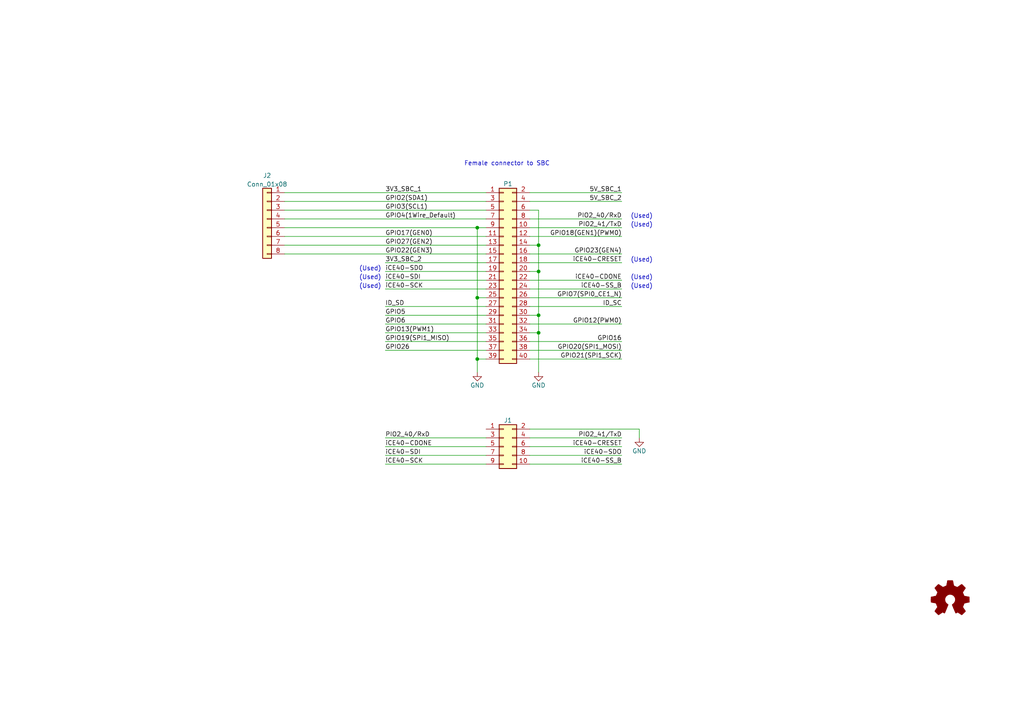
<source format=kicad_sch>
(kicad_sch (version 20211123) (generator eeschema)
  (paper "A4")
  (lib_symbols
    (symbol "Connector_Generic:Conn_01x08" (pin_names (offset 1.016) hide)
      (property "Reference" "J" (at 0 10.16 0))
      (property "Value" "Conn_01x08" (at 0 -12.7 0))
      (symbol "Conn_01x08_1_1"
        (rectangle (start -1.27 -10.033) (end 0 -10.287) (stroke (width 0.1524)))
        (rectangle (start -1.27 -7.493) (end 0 -7.747) (stroke (width 0.1524)))
        (rectangle (start -1.27 -4.953) (end 0 -5.207) (stroke (width 0.1524)))
        (rectangle (start -1.27 -2.413) (end 0 -2.667) (stroke (width 0.1524)))
        (rectangle (start -1.27 0.127) (end 0 -0.127) (stroke (width 0.1524)))
        (rectangle (start -1.27 2.667) (end 0 2.413) (stroke (width 0.1524)))
        (rectangle (start -1.27 5.207) (end 0 4.953) (stroke (width 0.1524)))
        (rectangle (start -1.27 7.747) (end 0 7.493) (stroke (width 0.1524)))
        (rectangle (start -1.27 8.89) (end 1.27 -11.43) (stroke (width 0.254)) (fill (type background)))
        (pin passive line (at -5.08 7.62 0) (length 3.81) (name "Pin_1") (number "1"))
        (pin passive line (at -5.08 5.08 0) (length 3.81) (name "Pin_2") (number "2"))
        (pin passive line (at -5.08 2.54 0) (length 3.81) (name "Pin_3") (number "3"))
        (pin passive line (at -5.08 0 0) (length 3.81) (name "Pin_4") (number "4"))
        (pin passive line (at -5.08 -2.54 0) (length 3.81) (name "Pin_5") (number "5"))
        (pin passive line (at -5.08 -5.08 0) (length 3.81) (name "Pin_6") (number "6"))
        (pin passive line (at -5.08 -7.62 0) (length 3.81) (name "Pin_7") (number "7"))
        (pin passive line (at -5.08 -10.16 0) (length 3.81) (name "Pin_8") (number "8"))
      )
    )
    (symbol "Connector_Generic:Conn_02x05_Odd_Even" (pin_names (offset 1.016) hide)
      (property "Reference" "J" (at 1.27 7.62 0))
      (property "Value" "Conn_02x05_Odd_Even" (at 1.27 -7.62 0))
      (symbol "Conn_02x05_Odd_Even_1_1"
        (rectangle (start -1.27 -4.953) (end 0 -5.207) (stroke (width 0.1524)))
        (rectangle (start -1.27 -2.413) (end 0 -2.667) (stroke (width 0.1524)))
        (rectangle (start -1.27 0.127) (end 0 -0.127) (stroke (width 0.1524)))
        (rectangle (start -1.27 2.667) (end 0 2.413) (stroke (width 0.1524)))
        (rectangle (start -1.27 5.207) (end 0 4.953) (stroke (width 0.1524)))
        (rectangle (start -1.27 6.35) (end 3.81 -6.35) (stroke (width 0.254)) (fill (type background)))
        (rectangle (start 3.81 -4.953) (end 2.54 -5.207) (stroke (width 0.1524)))
        (rectangle (start 3.81 -2.413) (end 2.54 -2.667) (stroke (width 0.1524)))
        (rectangle (start 3.81 0.127) (end 2.54 -0.127) (stroke (width 0.1524)))
        (rectangle (start 3.81 2.667) (end 2.54 2.413) (stroke (width 0.1524)))
        (rectangle (start 3.81 5.207) (end 2.54 4.953) (stroke (width 0.1524)))
        (pin passive line (at -5.08 5.08 0) (length 3.81) (name "Pin_1") (number "1"))
        (pin passive line (at 7.62 -5.08 180) (length 3.81) (name "Pin_10") (number "10"))
        (pin passive line (at 7.62 5.08 180) (length 3.81) (name "Pin_2") (number "2"))
        (pin passive line (at -5.08 2.54 0) (length 3.81) (name "Pin_3") (number "3"))
        (pin passive line (at 7.62 2.54 180) (length 3.81) (name "Pin_4") (number "4"))
        (pin passive line (at -5.08 0 0) (length 3.81) (name "Pin_5") (number "5"))
        (pin passive line (at 7.62 0 180) (length 3.81) (name "Pin_6") (number "6"))
        (pin passive line (at -5.08 -2.54 0) (length 3.81) (name "Pin_7") (number "7"))
        (pin passive line (at 7.62 -2.54 180) (length 3.81) (name "Pin_8") (number "8"))
        (pin passive line (at -5.08 -5.08 0) (length 3.81) (name "Pin_9") (number "9"))
      )
    )
    (symbol "Connector_Generic:Conn_02x20_Odd_Even" (pin_names (offset 1.016) hide)
      (property "Reference" "J" (at 1.27 25.4 0))
      (property "Value" "Conn_02x20_Odd_Even" (at 1.27 -27.94 0))
      (symbol "Conn_02x20_Odd_Even_1_1"
        (rectangle (start -1.27 -25.273) (end 0 -25.527) (stroke (width 0.1524)))
        (rectangle (start -1.27 -22.733) (end 0 -22.987) (stroke (width 0.1524)))
        (rectangle (start -1.27 -20.193) (end 0 -20.447) (stroke (width 0.1524)))
        (rectangle (start -1.27 -17.653) (end 0 -17.907) (stroke (width 0.1524)))
        (rectangle (start -1.27 -15.113) (end 0 -15.367) (stroke (width 0.1524)))
        (rectangle (start -1.27 -12.573) (end 0 -12.827) (stroke (width 0.1524)))
        (rectangle (start -1.27 -10.033) (end 0 -10.287) (stroke (width 0.1524)))
        (rectangle (start -1.27 -7.493) (end 0 -7.747) (stroke (width 0.1524)))
        (rectangle (start -1.27 -4.953) (end 0 -5.207) (stroke (width 0.1524)))
        (rectangle (start -1.27 -2.413) (end 0 -2.667) (stroke (width 0.1524)))
        (rectangle (start -1.27 0.127) (end 0 -0.127) (stroke (width 0.1524)))
        (rectangle (start -1.27 2.667) (end 0 2.413) (stroke (width 0.1524)))
        (rectangle (start -1.27 5.207) (end 0 4.953) (stroke (width 0.1524)))
        (rectangle (start -1.27 7.747) (end 0 7.493) (stroke (width 0.1524)))
        (rectangle (start -1.27 10.287) (end 0 10.033) (stroke (width 0.1524)))
        (rectangle (start -1.27 12.827) (end 0 12.573) (stroke (width 0.1524)))
        (rectangle (start -1.27 15.367) (end 0 15.113) (stroke (width 0.1524)))
        (rectangle (start -1.27 17.907) (end 0 17.653) (stroke (width 0.1524)))
        (rectangle (start -1.27 20.447) (end 0 20.193) (stroke (width 0.1524)))
        (rectangle (start -1.27 22.987) (end 0 22.733) (stroke (width 0.1524)))
        (rectangle (start -1.27 24.13) (end 3.81 -26.67) (stroke (width 0.254)) (fill (type background)))
        (rectangle (start 3.81 -25.273) (end 2.54 -25.527) (stroke (width 0.1524)))
        (rectangle (start 3.81 -22.733) (end 2.54 -22.987) (stroke (width 0.1524)))
        (rectangle (start 3.81 -20.193) (end 2.54 -20.447) (stroke (width 0.1524)))
        (rectangle (start 3.81 -17.653) (end 2.54 -17.907) (stroke (width 0.1524)))
        (rectangle (start 3.81 -15.113) (end 2.54 -15.367) (stroke (width 0.1524)))
        (rectangle (start 3.81 -12.573) (end 2.54 -12.827) (stroke (width 0.1524)))
        (rectangle (start 3.81 -10.033) (end 2.54 -10.287) (stroke (width 0.1524)))
        (rectangle (start 3.81 -7.493) (end 2.54 -7.747) (stroke (width 0.1524)))
        (rectangle (start 3.81 -4.953) (end 2.54 -5.207) (stroke (width 0.1524)))
        (rectangle (start 3.81 -2.413) (end 2.54 -2.667) (stroke (width 0.1524)))
        (rectangle (start 3.81 0.127) (end 2.54 -0.127) (stroke (width 0.1524)))
        (rectangle (start 3.81 2.667) (end 2.54 2.413) (stroke (width 0.1524)))
        (rectangle (start 3.81 5.207) (end 2.54 4.953) (stroke (width 0.1524)))
        (rectangle (start 3.81 7.747) (end 2.54 7.493) (stroke (width 0.1524)))
        (rectangle (start 3.81 10.287) (end 2.54 10.033) (stroke (width 0.1524)))
        (rectangle (start 3.81 12.827) (end 2.54 12.573) (stroke (width 0.1524)))
        (rectangle (start 3.81 15.367) (end 2.54 15.113) (stroke (width 0.1524)))
        (rectangle (start 3.81 17.907) (end 2.54 17.653) (stroke (width 0.1524)))
        (rectangle (start 3.81 20.447) (end 2.54 20.193) (stroke (width 0.1524)))
        (rectangle (start 3.81 22.987) (end 2.54 22.733) (stroke (width 0.1524)))
        (pin passive line (at -5.08 22.86 0) (length 3.81) (name "Pin_1") (number "1"))
        (pin passive line (at 7.62 12.7 180) (length 3.81) (name "Pin_10") (number "10"))
        (pin passive line (at -5.08 10.16 0) (length 3.81) (name "Pin_11") (number "11"))
        (pin passive line (at 7.62 10.16 180) (length 3.81) (name "Pin_12") (number "12"))
        (pin passive line (at -5.08 7.62 0) (length 3.81) (name "Pin_13") (number "13"))
        (pin passive line (at 7.62 7.62 180) (length 3.81) (name "Pin_14") (number "14"))
        (pin passive line (at -5.08 5.08 0) (length 3.81) (name "Pin_15") (number "15"))
        (pin passive line (at 7.62 5.08 180) (length 3.81) (name "Pin_16") (number "16"))
        (pin passive line (at -5.08 2.54 0) (length 3.81) (name "Pin_17") (number "17"))
        (pin passive line (at 7.62 2.54 180) (length 3.81) (name "Pin_18") (number "18"))
        (pin passive line (at -5.08 0 0) (length 3.81) (name "Pin_19") (number "19"))
        (pin passive line (at 7.62 22.86 180) (length 3.81) (name "Pin_2") (number "2"))
        (pin passive line (at 7.62 0 180) (length 3.81) (name "Pin_20") (number "20"))
        (pin passive line (at -5.08 -2.54 0) (length 3.81) (name "Pin_21") (number "21"))
        (pin passive line (at 7.62 -2.54 180) (length 3.81) (name "Pin_22") (number "22"))
        (pin passive line (at -5.08 -5.08 0) (length 3.81) (name "Pin_23") (number "23"))
        (pin passive line (at 7.62 -5.08 180) (length 3.81) (name "Pin_24") (number "24"))
        (pin passive line (at -5.08 -7.62 0) (length 3.81) (name "Pin_25") (number "25"))
        (pin passive line (at 7.62 -7.62 180) (length 3.81) (name "Pin_26") (number "26"))
        (pin passive line (at -5.08 -10.16 0) (length 3.81) (name "Pin_27") (number "27"))
        (pin passive line (at 7.62 -10.16 180) (length 3.81) (name "Pin_28") (number "28"))
        (pin passive line (at -5.08 -12.7 0) (length 3.81) (name "Pin_29") (number "29"))
        (pin passive line (at -5.08 20.32 0) (length 3.81) (name "Pin_3") (number "3"))
        (pin passive line (at 7.62 -12.7 180) (length 3.81) (name "Pin_30") (number "30"))
        (pin passive line (at -5.08 -15.24 0) (length 3.81) (name "Pin_31") (number "31"))
        (pin passive line (at 7.62 -15.24 180) (length 3.81) (name "Pin_32") (number "32"))
        (pin passive line (at -5.08 -17.78 0) (length 3.81) (name "Pin_33") (number "33"))
        (pin passive line (at 7.62 -17.78 180) (length 3.81) (name "Pin_34") (number "34"))
        (pin passive line (at -5.08 -20.32 0) (length 3.81) (name "Pin_35") (number "35"))
        (pin passive line (at 7.62 -20.32 180) (length 3.81) (name "Pin_36") (number "36"))
        (pin passive line (at -5.08 -22.86 0) (length 3.81) (name "Pin_37") (number "37"))
        (pin passive line (at 7.62 -22.86 180) (length 3.81) (name "Pin_38") (number "38"))
        (pin passive line (at -5.08 -25.4 0) (length 3.81) (name "Pin_39") (number "39"))
        (pin passive line (at 7.62 20.32 180) (length 3.81) (name "Pin_4") (number "4"))
        (pin passive line (at 7.62 -25.4 180) (length 3.81) (name "Pin_40") (number "40"))
        (pin passive line (at -5.08 17.78 0) (length 3.81) (name "Pin_5") (number "5"))
        (pin passive line (at 7.62 17.78 180) (length 3.81) (name "Pin_6") (number "6"))
        (pin passive line (at -5.08 15.24 0) (length 3.81) (name "Pin_7") (number "7"))
        (pin passive line (at 7.62 15.24 180) (length 3.81) (name "Pin_8") (number "8"))
        (pin passive line (at -5.08 12.7 0) (length 3.81) (name "Pin_9") (number "9"))
      )
    )
    (symbol "Graphic:Logo_Open_Hardware_Small" (pin_names (offset 1.016))
      (symbol "Logo_Open_Hardware_Small_0_1"
        (polyline (pts (xy 3.3528 -4.3434) (xy 3.302 -4.318) (xy 3.175 -4.2418) (xy 2.9972 -4.1148) (xy 2.7686 -3.9624) (xy 2.54 -3.81) (xy 2.3622 -3.7084) (xy 2.2352 -3.6068) (xy 2.1844 -3.5814) (xy 2.159 -3.6068) (xy 2.0574 -3.6576) (xy 1.905 -3.7338) (xy 1.8034 -3.7846) (xy 1.6764 -3.8354) (xy 1.6002 -3.8354) (xy 1.6002 -3.8354) (xy 1.5494 -3.7338) (xy 1.4732 -3.5306) (xy 1.3462 -3.302) (xy 1.2446 -3.0226) (xy 1.1176 -2.7178) (xy 0.9652 -2.413) (xy 0.8636 -2.1082) (xy 0.7366 -1.8288) (xy 0.6604 -1.6256) (xy 0.6096 -1.4732) (xy 0.5842 -1.397) (xy 0.5842 -1.397) (xy 0.6604 -1.3208) (xy 0.7874 -1.2446) (xy 1.0414 -1.016) (xy 1.2954 -0.6858) (xy 1.4478 -0.3302) (xy 1.524 0.0762) (xy 1.4732 0.4572) (xy 1.3208 0.8128) (xy 1.0668 1.143) (xy 0.762 1.3716) (xy 0.4064 1.524) (xy 0 1.5748) (xy -0.381 1.5494) (xy -0.7366 1.397) (xy -1.0668 1.143) (xy -1.2192 0.9906) (xy -1.397 0.6604) (xy -1.524 0.3048) (xy -1.524 0.2286) (xy -1.4986 -0.1778) (xy -1.397 -0.5334) (xy -1.1938 -0.8636) (xy -0.9144 -1.143) (xy -0.8636 -1.1684) (xy -0.7366 -1.27) (xy -0.635 -1.3462) (xy -0.5842 -1.397) (xy -1.0668 -2.5908) (xy -1.143 -2.794) (xy -1.2954 -3.1242) (xy -1.397 -3.4036) (xy -1.4986 -3.6322) (xy -1.5748 -3.7846) (xy -1.6002 -3.8354) (xy -1.6002 -3.8354) (xy -1.651 -3.8354) (xy -1.7272 -3.81) (xy -1.905 -3.7338) (xy -2.0066 -3.683) (xy -2.1336 -3.6068) (xy -2.2098 -3.5814) (xy -2.2606 -3.6068) (xy -2.3622 -3.683) (xy -2.54 -3.81) (xy -2.7686 -3.9624) (xy -2.9718 -4.0894) (xy -3.1496 -4.2164) (xy -3.302 -4.318) (xy -3.3528 -4.3434) (xy -3.3782 -4.3434) (xy -3.429 -4.318) (xy -3.5306 -4.2164) (xy -3.7084 -4.064) (xy -3.937 -3.8354) (xy -3.9624 -3.81) (xy -4.1656 -3.6068) (xy -4.318 -3.4544) (xy -4.4196 -3.3274) (xy -4.445 -3.2766) (xy -4.445 -3.2766) (xy -4.4196 -3.2258) (xy -4.318 -3.0734) (xy -4.2164 -2.8956) (xy -4.064 -2.667) (xy -3.6576 -2.0828) (xy -3.8862 -1.5494) (xy -3.937 -1.3716) (xy -4.0386 -1.1684) (xy -4.0894 -1.0414) (xy -4.1148 -0.9652) (xy -4.191 -0.9398) (xy -4.318 -0.9144) (xy -4.5466 -0.8636) (xy -4.8006 -0.8128) (xy -5.0546 -0.7874) (xy -5.2578 -0.7366) (xy -5.4356 -0.7112) (xy -5.5118 -0.6858) (xy -5.5118 -0.6858) (xy -5.5372 -0.635) (xy -5.5372 -0.5588) (xy -5.5372 -0.4318) (xy -5.5626 -0.2286) (xy -5.5626 0.0762) (xy -5.5626 0.127) (xy -5.5372 0.4064) (xy -5.5372 0.635) (xy -5.5372 0.762) (xy -5.5372 0.8382) (xy -5.5372 0.8382) (xy -5.461 0.8382) (xy -5.3086 0.889) (xy -5.08 0.9144) (xy -4.826 0.9652) (xy -4.8006 0.9906) (xy -4.5466 1.0414) (xy -4.318 1.0668) (xy -4.1656 1.1176) (xy -4.0894 1.143) (xy -4.0894 1.143) (xy -4.0386 1.2446) (xy -3.9624 1.4224) (xy -3.8608 1.6256) (xy -3.7846 1.8288) (xy -3.7084 2.0066) (xy -3.6576 2.159) (xy -3.6322 2.2098) (xy -3.6322 2.2098) (xy -3.683 2.286) (xy -3.7592 2.413) (xy -3.8862 2.5908) (xy -4.064 2.8194) (xy -4.064 2.8448) (xy -4.2164 3.0734) (xy -4.3434 3.2512) (xy -4.4196 3.3782) (xy -4.445 3.4544) (xy -4.445 3.4544) (xy -4.3942 3.5052) (xy -4.2926 3.6322) (xy -4.1148 3.81) (xy -3.937 4.0132) (xy -3.8608 4.064) (xy -3.6576 4.2926) (xy -3.5052 4.4196) (xy -3.4036 4.4958) (xy -3.3528 4.5212) (xy -3.3528 4.5212) (xy -3.302 4.4704) (xy -3.1496 4.3688) (xy -2.9718 4.2418) (xy -2.7432 4.0894) (xy -2.7178 4.0894) (xy -2.4892 3.937) (xy -2.3114 3.81) (xy -2.1844 3.7084) (xy -2.1336 3.683) (xy -2.1082 3.683) (xy -2.032 3.7084) (xy -1.8542 3.7592) (xy -1.6764 3.8354) (xy -1.4732 3.937) (xy -1.27 4.0132) (xy -1.143 4.064) (xy -1.0668 4.1148) (xy -1.0668 4.1148) (xy -1.0414 4.191) (xy -1.016 4.3434) (xy -0.9652 4.572) (xy -0.9144 4.8514) (xy -0.889 4.9022) (xy -0.8382 5.1562) (xy -0.8128 5.3848) (xy -0.7874 5.5372) (xy -0.762 5.588) (xy -0.7112 5.6134) (xy -0.5842 5.6134) (xy -0.4064 5.6134) (xy -0.1524 5.6134) (xy 0.0762 5.6134) (xy 0.3302 5.6134) (xy 0.5334 5.6134) (xy 0.6858 5.588) (xy 0.7366 5.588) (xy 0.7366 5.588) (xy 0.762 5.5118) (xy 0.8128 5.334) (xy 0.8382 5.1054) (xy 0.9144 4.826) (xy 0.9144 4.7752) (xy 0.9652 4.5212) (xy 1.016 4.2926) (xy 1.0414 4.1402) (xy 1.0668 4.0894) (xy 1.0668 4.0894) (xy 1.1938 4.0386) (xy 1.3716 3.9624) (xy 1.5748 3.8608) (xy 2.0828 3.6576) (xy 2.7178 4.0894) (xy 2.7686 4.1402) (xy 2.9972 4.2926) (xy 3.175 4.4196) (xy 3.302 4.4958) (xy 3.3782 4.5212) (xy 3.3782 4.5212) (xy 3.429 4.4704) (xy 3.556 4.3434) (xy 3.7338 4.191) (xy 3.9116 3.9878) (xy 4.064 3.8354) (xy 4.2418 3.6576) (xy 4.3434 3.556) (xy 4.4196 3.4798) (xy 4.4196 3.429) (xy 4.4196 3.4036) (xy 4.3942 3.3274) (xy 4.2926 3.2004) (xy 4.1656 2.9972) (xy 4.0132 2.794) (xy 3.8862 2.5908) (xy 3.7592 2.3876) (xy 3.6576 2.2352) (xy 3.6322 2.159) (xy 3.6322 2.1336) (xy 3.683 2.0066) (xy 3.7592 1.8288) (xy 3.8608 1.6002) (xy 4.064 1.1176) (xy 4.3942 1.0414) (xy 4.5974 1.016) (xy 4.8768 0.9652) (xy 5.1308 0.9144) (xy 5.5372 0.8382) (xy 5.5626 -0.6604) (xy 5.4864 -0.6858) (xy 5.4356 -0.6858) (xy 5.2832 -0.7366) (xy 5.0546 -0.762) (xy 4.8006 -0.8128) (xy 4.5974 -0.8636) (xy 4.3688 -0.9144) (xy 4.2164 -0.9398) (xy 4.1402 -0.9398) (xy 4.1148 -0.9652) (xy 4.064 -1.0668) (xy 3.9878 -1.2446) (xy 3.9116 -1.4478) (xy 3.81 -1.651) (xy 3.7338 -1.8542) (xy 3.683 -2.0066) (xy 3.6576 -2.0828) (xy 3.683 -2.1336) (xy 3.7846 -2.2606) (xy 3.8862 -2.4638) (xy 4.0386 -2.667) (xy 4.191 -2.8956) (xy 4.318 -3.0734) (xy 4.3942 -3.2004) (xy 4.445 -3.2766) (xy 4.4196 -3.3274) (xy 4.3434 -3.429) (xy 4.1656 -3.5814) (xy 3.937 -3.8354) (xy 3.8862 -3.8608) (xy 3.683 -4.064) (xy 3.5306 -4.2164) (xy 3.4036 -4.318) (xy 3.3528 -4.3434)) (fill (type outline)))
      )
    )
    (symbol "power:GND" (power) (pin_names (offset 0))
      (property "Value" "GND" (at 0 -3.81 0))
      (symbol "GND_0_1"
        (polyline (pts (xy 0 0) (xy 0 -1.27) (xy 1.27 -1.27) (xy 0 -2.54) (xy -1.27 -1.27) (xy 0 -1.27)))
      )
      (symbol "GND_1_1"
        (pin power_in line (at 0 0 270) (length 0) hide (name "GND") (number "1"))
      )
    )
  )
  (junction (at 138.43 104.14))
  (junction (at 156.21 91.44))
  (junction (at 156.21 71.12))
  (junction (at 138.43 86.36))
  (junction (at 156.21 78.74))
  (junction (at 138.43 66.04))
  (junction (at 156.21 96.52))
  (wire (pts (xy 153.67 134.62) (xy 180.34 134.62)))
  (wire (pts (xy 153.67 88.9) (xy 180.34 88.9)))
  (wire (pts (xy 111.76 91.44) (xy 140.97 91.44)))
  (wire (pts (xy 153.67 76.2) (xy 180.34 76.2)))
  (wire (pts (xy 138.43 86.36) (xy 138.43 104.14)))
  (wire (pts (xy 82.55 66.04) (xy 138.43 66.04)))
  (wire (pts (xy 153.67 55.88) (xy 180.34 55.88)))
  (wire (pts (xy 111.76 132.08) (xy 140.97 132.08)))
  (wire (pts (xy 156.21 60.96) (xy 153.67 60.96)))
  (wire (pts (xy 156.21 91.44) (xy 153.67 91.44)))
  (wire (pts (xy 138.43 104.14) (xy 138.43 107.95)))
  (wire (pts (xy 153.67 99.06) (xy 180.34 99.06)))
  (wire (pts (xy 153.67 132.08) (xy 180.34 132.08)))
  (wire (pts (xy 82.55 71.12) (xy 140.97 71.12)))
  (wire (pts (xy 153.67 129.54) (xy 180.34 129.54)))
  (wire (pts (xy 111.76 101.6) (xy 140.97 101.6)))
  (wire (pts (xy 156.21 71.12) (xy 156.21 78.74)))
  (wire (pts (xy 153.67 68.58) (xy 180.34 68.58)))
  (wire (pts (xy 82.55 60.96) (xy 140.97 60.96)))
  (wire (pts (xy 82.55 63.5) (xy 140.97 63.5)))
  (wire (pts (xy 153.67 93.98) (xy 180.34 93.98)))
  (wire (pts (xy 140.97 78.74) (xy 111.76 78.74)))
  (wire (pts (xy 153.67 124.46) (xy 185.42 124.46)))
  (wire (pts (xy 156.21 96.52) (xy 153.67 96.52)))
  (wire (pts (xy 111.76 83.82) (xy 140.97 83.82)))
  (wire (pts (xy 153.67 101.6) (xy 180.34 101.6)))
  (wire (pts (xy 111.76 127) (xy 140.97 127)))
  (wire (pts (xy 185.42 124.46) (xy 185.42 127)))
  (wire (pts (xy 153.67 127) (xy 180.34 127)))
  (wire (pts (xy 156.21 78.74) (xy 156.21 91.44)))
  (wire (pts (xy 138.43 104.14) (xy 140.97 104.14)))
  (wire (pts (xy 140.97 96.52) (xy 111.76 96.52)))
  (wire (pts (xy 111.76 76.2) (xy 140.97 76.2)))
  (wire (pts (xy 82.55 55.88) (xy 140.97 55.88)))
  (wire (pts (xy 111.76 129.54) (xy 140.97 129.54)))
  (wire (pts (xy 153.67 58.42) (xy 180.34 58.42)))
  (wire (pts (xy 156.21 96.52) (xy 156.21 107.95)))
  (wire (pts (xy 111.76 99.06) (xy 140.97 99.06)))
  (wire (pts (xy 138.43 66.04) (xy 138.43 86.36)))
  (wire (pts (xy 156.21 91.44) (xy 156.21 96.52)))
  (wire (pts (xy 82.55 73.66) (xy 140.97 73.66)))
  (wire (pts (xy 153.67 104.14) (xy 180.34 104.14)))
  (wire (pts (xy 138.43 66.04) (xy 140.97 66.04)))
  (wire (pts (xy 153.67 66.04) (xy 180.34 66.04)))
  (wire (pts (xy 153.67 73.66) (xy 180.34 73.66)))
  (wire (pts (xy 153.67 86.36) (xy 180.34 86.36)))
  (wire (pts (xy 156.21 78.74) (xy 153.67 78.74)))
  (wire (pts (xy 111.76 134.62) (xy 140.97 134.62)))
  (wire (pts (xy 111.76 93.98) (xy 140.97 93.98)))
  (wire (pts (xy 153.67 81.28) (xy 180.34 81.28)))
  (wire (pts (xy 153.67 63.5) (xy 180.34 63.5)))
  (wire (pts (xy 111.76 81.28) (xy 140.97 81.28)))
  (wire (pts (xy 82.55 58.42) (xy 140.97 58.42)))
  (wire (pts (xy 156.21 60.96) (xy 156.21 71.12)))
  (wire (pts (xy 140.97 88.9) (xy 111.76 88.9)))
  (wire (pts (xy 153.67 83.82) (xy 180.34 83.82)))
  (wire (pts (xy 82.55 68.58) (xy 140.97 68.58)))
  (wire (pts (xy 138.43 86.36) (xy 140.97 86.36)))
  (wire (pts (xy 156.21 71.12) (xy 153.67 71.12)))
  (text "(Used)" (at 182.88 83.82 0) (effects (font (size 1.27 1.27)) (justify left bottom)))
  (text "(Used)" (at 182.88 66.04 0) (effects (font (size 1.27 1.27)) (justify left bottom)))
  (text "(Used)" (at 104.14 78.74 0) (effects (font (size 1.27 1.27)) (justify left bottom)))
  (text "(Used)" (at 182.88 81.28 0) (effects (font (size 1.27 1.27)) (justify left bottom)))
  (text "(Used)" (at 104.14 83.82 0) (effects (font (size 1.27 1.27)) (justify left bottom)))
  (text "Female connector to SBC" (at 134.62 48.26 0) (effects (font (size 1.27 1.27)) (justify left bottom)))
  (text "(Used)" (at 182.88 63.5 0) (effects (font (size 1.27 1.27)) (justify left bottom)))
  (text "(Used)" (at 182.88 76.2 0) (effects (font (size 1.27 1.27)) (justify left bottom)))
  (text "(Used)" (at 104.14 81.28 0) (effects (font (size 1.27 1.27)) (justify left bottom)))
  (label "PIO2_41{slash}TxD" (at 180.34 66.04 180))
  (label "PIO2_41{slash}TxD" (at 180.34 127 180))
  (label "iCE40-CRESET" (at 180.34 76.2 180))
  (label "iCE40-SDI" (at 111.76 132.08 0))
  (label "iCE40-SS_B" (at 180.34 83.82 180))
  (label "GPIO27(GEN2)" (at 111.76 71.12 0))
  (label "GPIO12(PWM0)" (at 180.34 93.98 180))
  (label "iCE40-CRESET" (at 180.34 129.54 180))
  (label "3V3_SBC_2" (at 111.76 76.2 0))
  (label "GPIO21(SPI1_SCK)" (at 180.34 104.14 180))
  (label "GPIO7(SPI0_CE1_N)" (at 180.34 86.36 180))
  (label "ID_SD" (at 111.76 88.9 0))
  (label "GPIO18(GEN1)(PWM0)" (at 180.34 68.58 180))
  (label "PIO2_40{slash}RxD" (at 111.76 127 0))
  (label "GPIO2(SDA1)" (at 111.76 58.42 0))
  (label "GPIO16" (at 180.34 99.06 180))
  (label "iCE40-CDONE" (at 111.76 129.54 0))
  (label "GPIO19(SPI1_MISO)" (at 111.76 99.06 0))
  (label "GPIO5" (at 111.76 91.44 0))
  (label "ID_SC" (at 180.34 88.9 180))
  (label "5V_SBC_1" (at 180.34 55.88 180))
  (label "GPIO17(GEN0)" (at 111.76 68.58 0))
  (label "PIO2_40{slash}RxD" (at 180.34 63.5 180))
  (label "GPIO6" (at 111.76 93.98 0))
  (label "GPIO23(GEN4)" (at 180.34 73.66 180))
  (label "GPIO22(GEN3)" (at 111.76 73.66 0))
  (label "iCE40-SDI" (at 111.76 81.28 0))
  (label "3V3_SBC_1" (at 111.76 55.88 0))
  (label "GPIO13(PWM1)" (at 111.76 96.52 0))
  (label "GPIO26" (at 111.76 101.6 0))
  (label "iCE40-SCK" (at 111.76 83.82 0))
  (label "iCE40-SS_B" (at 180.34 134.62 180))
  (label "iCE40-SCK" (at 111.76 134.62 0))
  (label "iCE40-CDONE" (at 180.34 81.28 180))
  (label "iCE40-SDO" (at 111.76 78.74 0))
  (label "5V_SBC_2" (at 180.34 58.42 180))
  (label "iCE40-SDO" (at 180.34 132.08 180))
  (label "GPIO3(SCL1)" (at 111.76 60.96 0))
  (label "GPIO20(SPI1_MOSI)" (at 180.34 101.6 180))
  (label "GPIO4(1Wire_Default)" (at 111.76 63.5 0))
  (symbol (lib_id "power:GND") (at 156.21 107.95 0) (unit 1)
    (property "Reference" "#PWR02" (effects hide))
    (property "Value" "GND" (at 156.21 111.76 0))
  )
  (symbol (lib_id "power:GND") (at 138.43 107.95 0) (unit 1)
    (property "Reference" "#PWR01" (effects hide))
    (property "Value" "GND" (at 138.43 111.76 0))
  )
  (symbol (lib_id "Connector_Generic:Conn_02x20_Odd_Even") (at 146.05 78.74 0) (unit 1)
    (property "Reference" "P1" (at 147.32 53.34 0))
    (property "Value" "Conn_02x20_Odd_Even" (effects hide))
    (property "Footprint" "Connector_PinSocket_2.54mm:PinSocket_2x20_P2.54mm_Vertical" (effects hide))
  )
  (symbol (lib_id "Graphic:Logo_Open_Hardware_Small") (at 275.59 173.99 0) (unit 1)
    (property "Reference" "LOGO1" (effects hide))
    (property "Value" "Logo_Open_Hardware_Small" (effects hide))
    (property "Footprint" "Symbol:OSHW-Logo_7.5x8mm_SilkScreen" (effects hide))
  )
  (symbol (lib_id "Connector_Generic:Conn_02x05_Odd_Even") (at 146.05 129.54 0) (unit 1)
    (property "Reference" "J1" (at 147.32 121.92 0))
    (property "Value" "Conn_02x05_Odd_Even" (effects hide))
    (property "Footprint" "Connector_IDC:IDC-Header_2x05_P2.54mm_Vertical" (effects hide))
  )
  (symbol (lib_id "power:GND") (at 185.42 127 0) (unit 1)
    (property "Reference" "#PWR03" (effects hide))
    (property "Value" "GND" (at 185.42 130.81 0))
  )
  (symbol (lib_id "Connector_Generic:Conn_01x08") (at 77.47 63.5 0) (mirror y) (unit 1)
    (property "Reference" "J2" (at 77.47 50.9102 0))
    (property "Value" "Conn_01x08" (at 77.47 53.4471 0))
    (property "Footprint" "Connector_PinHeader_2.54mm:PinHeader_1x08_P2.54mm_Vertical" (effects hide))
  )
)
</source>
